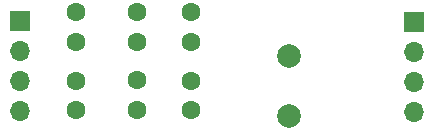
<source format=gbr>
%TF.GenerationSoftware,KiCad,Pcbnew,(6.0.7)*%
%TF.CreationDate,2024-06-12T17:15:33-04:00*%
%TF.ProjectId,DCR BPF V1,44435220-4250-4462-9056-312e6b696361,rev?*%
%TF.SameCoordinates,Original*%
%TF.FileFunction,Soldermask,Top*%
%TF.FilePolarity,Negative*%
%FSLAX46Y46*%
G04 Gerber Fmt 4.6, Leading zero omitted, Abs format (unit mm)*
G04 Created by KiCad (PCBNEW (6.0.7)) date 2024-06-12 17:15:33*
%MOMM*%
%LPD*%
G01*
G04 APERTURE LIST*
%ADD10C,1.600000*%
%ADD11R,1.700000X1.700000*%
%ADD12O,1.700000X1.700000*%
%ADD13C,2.000000*%
G04 APERTURE END LIST*
D10*
%TO.C,C5*%
X54356000Y-59690000D03*
X54356000Y-57190000D03*
%TD*%
%TO.C,C6*%
X58928000Y-59690000D03*
X58928000Y-57190000D03*
%TD*%
%TO.C,C3*%
X58928000Y-62992000D03*
X58928000Y-65492000D03*
%TD*%
D11*
%TO.C,J1*%
X44513500Y-57922000D03*
D12*
X44513500Y-60462000D03*
X44513500Y-63002000D03*
X44513500Y-65542000D03*
%TD*%
D10*
%TO.C,C4*%
X49212500Y-59670000D03*
X49212500Y-57170000D03*
%TD*%
%TO.C,C1*%
X49212500Y-62992000D03*
X49212500Y-65492000D03*
%TD*%
D11*
%TO.C,J2*%
X77851000Y-57985500D03*
D12*
X77851000Y-60525500D03*
X77851000Y-63065500D03*
X77851000Y-65605500D03*
%TD*%
D13*
%TO.C,L1*%
X67246500Y-60896500D03*
X67246500Y-65976500D03*
%TD*%
D10*
%TO.C,C2*%
X54356000Y-62948500D03*
X54356000Y-65448500D03*
%TD*%
M02*

</source>
